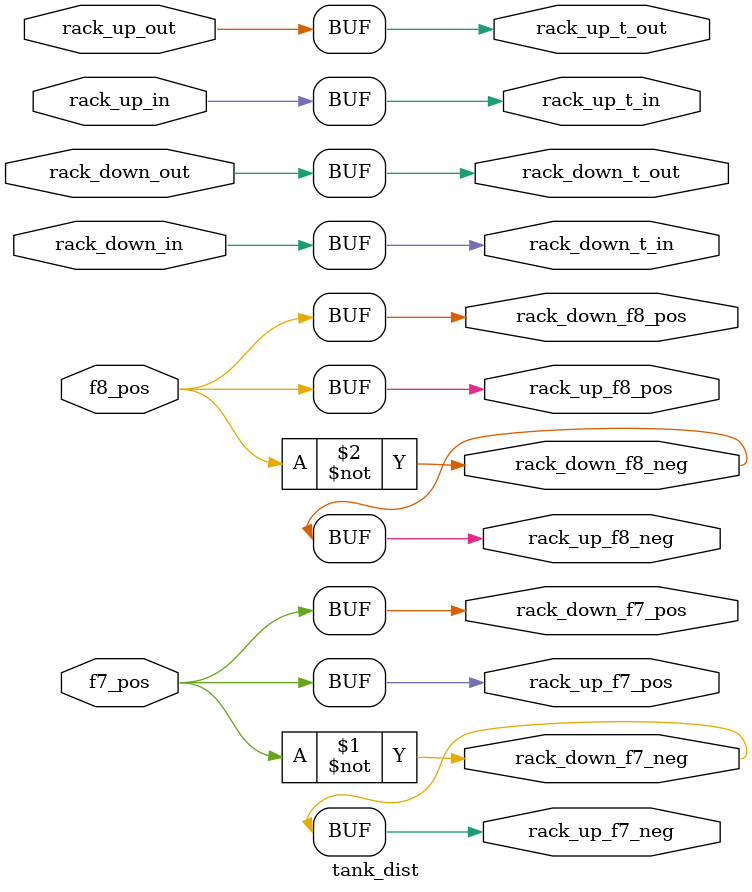
<source format=v>
/* Top-level Tank Decoder Distribution Unit provides gating EMFs 
 * used in final stage of Tank Decoding. Each rack had a Tank 
 * Distribution Unit, so in all 4 instances of following top 
 * level module.
 */

module tank_dist (
  output wire rack_down_f7_pos,
  output wire rack_up_f7_pos,
  output wire rack_down_f7_neg,
  output wire rack_up_f7_neg,
  output wire rack_down_f8_pos,
  output wire rack_up_f8_pos,
  output wire rack_down_f8_neg,
  output wire rack_up_f8_neg,
  output wire rack_down_t_in,
  output wire rack_up_t_in,
  output wire rack_down_t_out,
  output wire rack_up_t_out,

  input wire  rack_down_in,
  input wire  rack_down_out,
  input wire  rack_up_in,
  input wire  rack_up_out,
  input wire  f7_pos, // Tank address bit 7.
  input wire  f8_pos // Tank address bit 8.
  );

  assign {rack_up_f7_pos, rack_down_f7_pos} = {2{f7_pos}};
  assign {rack_up_f7_neg, rack_down_f7_neg} = {2{~f7_pos}};
  assign {rack_up_f8_pos, rack_down_f8_pos} = {2{f8_pos}};
  assign {rack_up_f8_neg, rack_down_f8_neg} = {2{~f8_pos}};

  // Input/output gating signals used in final stage of Tank Decoding.
  assign rack_down_t_in = rack_down_in;
  assign rack_up_t_in = rack_up_in;
  assign rack_down_t_out = rack_down_out;
  assign rack_up_t_out = rack_up_out;

endmodule

</source>
